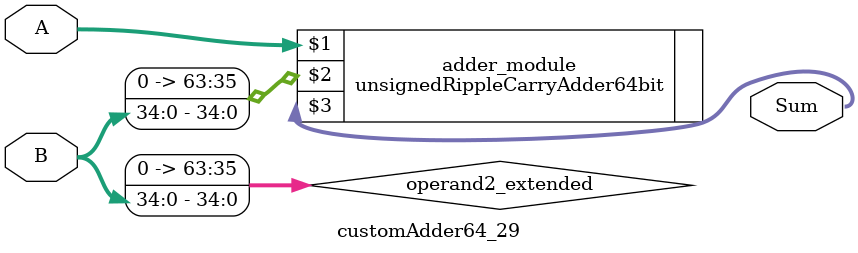
<source format=v>
module customAdder64_29(
                        input [63 : 0] A,
                        input [34 : 0] B,
                        
                        output [64 : 0] Sum
                );

        wire [63 : 0] operand2_extended;
        
        assign operand2_extended =  {29'b0, B};
        
        unsignedRippleCarryAdder64bit adder_module(
            A,
            operand2_extended,
            Sum
        );
        
        endmodule
        
</source>
